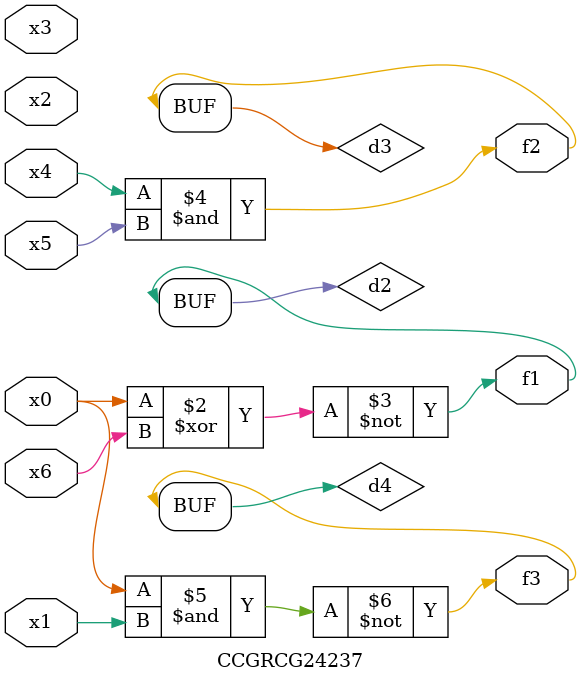
<source format=v>
module CCGRCG24237(
	input x0, x1, x2, x3, x4, x5, x6,
	output f1, f2, f3
);

	wire d1, d2, d3, d4;

	nor (d1, x0);
	xnor (d2, x0, x6);
	and (d3, x4, x5);
	nand (d4, x0, x1);
	assign f1 = d2;
	assign f2 = d3;
	assign f3 = d4;
endmodule

</source>
